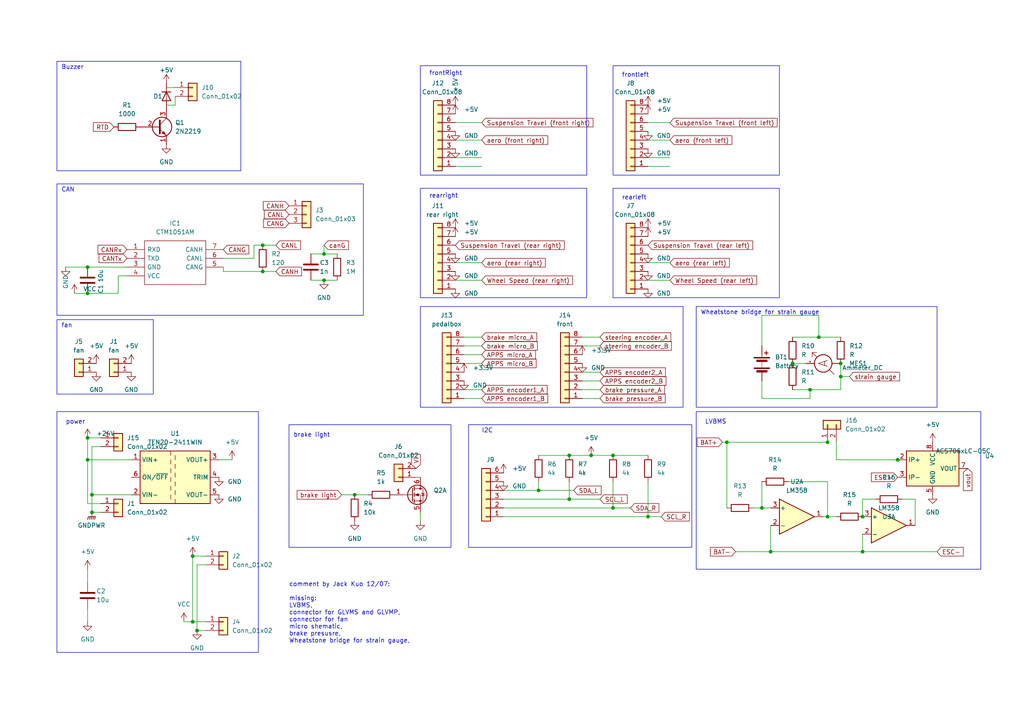
<source format=kicad_sch>
(kicad_sch (version 20230121) (generator eeschema)
  (paper "A4")
  (lib_symbols
    (symbol "Amplifier_Operational:LM358" (pin_names (offset 0.127))
      (property "Reference" "U" (at 0 5.08 0))
      (property "Value" "LM358" (at 0 -5.08 0))
      (symbol "LM358_1_1"
        (polyline (pts (xy -5.08 5.08) (xy 5.08 0) (xy -5.08 -5.08) (xy -5.08 5.08)) (stroke (width 0.254)) (fill (type background)))
        (pin output line (at 7.62 0 180) (length 2.54) (name "~") (number "1"))
        (pin input line (at -7.62 -2.54 0) (length 2.54) (name "-") (number "2"))
        (pin input line (at -7.62 2.54 0) (length 2.54) (name "+") (number "3"))
      )
      (symbol "LM358_2_1"
        (polyline (pts (xy -5.08 5.08) (xy 5.08 0) (xy -5.08 -5.08) (xy -5.08 5.08)) (stroke (width 0.254)) (fill (type background)))
        (pin input line (at -7.62 2.54 0) (length 2.54) (name "+") (number "5"))
        (pin input line (at -7.62 -2.54 0) (length 2.54) (name "-") (number "6"))
        (pin output line (at 7.62 0 180) (length 2.54) (name "~") (number "7"))
      )
      (symbol "LM358_3_1"
        (pin power_in line (at -2.54 -7.62 90) (length 3.81) (name "V-") (number "4"))
        (pin power_in line (at -2.54 7.62 270) (length 3.81) (name "V+") (number "8"))
      )
    )
    (symbol "Connector_Generic:Conn_01x02" (pin_names (offset 1.016) hide)
      (property "Reference" "J" (at 0 2.54 0))
      (property "Value" "Conn_01x02" (at 0 -5.08 0))
      (symbol "Conn_01x02_1_1"
        (rectangle (start -1.27 -2.413) (end 0 -2.667) (stroke (width 0.1524)))
        (rectangle (start -1.27 0.127) (end 0 -0.127) (stroke (width 0.1524)))
        (rectangle (start -1.27 1.27) (end 1.27 -3.81) (stroke (width 0.254)) (fill (type background)))
        (pin passive line (at -5.08 0 0) (length 3.81) (name "Pin_1") (number "1"))
        (pin passive line (at -5.08 -2.54 0) (length 3.81) (name "Pin_2") (number "2"))
      )
    )
    (symbol "Connector_Generic:Conn_01x03" (pin_names (offset 1.016) hide)
      (property "Reference" "J" (at 0 5.08 0))
      (property "Value" "Conn_01x03" (at 0 -5.08 0))
      (symbol "Conn_01x03_1_1"
        (rectangle (start -1.27 -2.413) (end 0 -2.667) (stroke (width 0.1524)))
        (rectangle (start -1.27 0.127) (end 0 -0.127) (stroke (width 0.1524)))
        (rectangle (start -1.27 2.667) (end 0 2.413) (stroke (width 0.1524)))
        (rectangle (start -1.27 3.81) (end 1.27 -3.81) (stroke (width 0.254)) (fill (type background)))
        (pin passive line (at -5.08 2.54 0) (length 3.81) (name "Pin_1") (number "1"))
        (pin passive line (at -5.08 0 0) (length 3.81) (name "Pin_2") (number "2"))
        (pin passive line (at -5.08 -2.54 0) (length 3.81) (name "Pin_3") (number "3"))
      )
    )
    (symbol "Connector_Generic:Conn_01x06" (pin_names (offset 1.016) hide)
      (property "Reference" "J" (at 0 7.62 0))
      (property "Value" "Conn_01x06" (at 0 -10.16 0))
      (symbol "Conn_01x06_1_1"
        (rectangle (start -1.27 -7.493) (end 0 -7.747) (stroke (width 0.1524)))
        (rectangle (start -1.27 -4.953) (end 0 -5.207) (stroke (width 0.1524)))
        (rectangle (start -1.27 -2.413) (end 0 -2.667) (stroke (width 0.1524)))
        (rectangle (start -1.27 0.127) (end 0 -0.127) (stroke (width 0.1524)))
        (rectangle (start -1.27 2.667) (end 0 2.413) (stroke (width 0.1524)))
        (rectangle (start -1.27 5.207) (end 0 4.953) (stroke (width 0.1524)))
        (rectangle (start -1.27 6.35) (end 1.27 -8.89) (stroke (width 0.254)) (fill (type background)))
        (pin passive line (at -5.08 5.08 0) (length 3.81) (name "Pin_1") (number "1"))
        (pin passive line (at -5.08 2.54 0) (length 3.81) (name "Pin_2") (number "2"))
        (pin passive line (at -5.08 0 0) (length 3.81) (name "Pin_3") (number "3"))
        (pin passive line (at -5.08 -2.54 0) (length 3.81) (name "Pin_4") (number "4"))
        (pin passive line (at -5.08 -5.08 0) (length 3.81) (name "Pin_5") (number "5"))
        (pin passive line (at -5.08 -7.62 0) (length 3.81) (name "Pin_6") (number "6"))
      )
    )
    (symbol "Connector_Generic:Conn_01x08" (pin_names (offset 1.016) hide)
      (property "Reference" "J" (at 0 10.16 0))
      (property "Value" "Conn_01x08" (at 0 -12.7 0))
      (symbol "Conn_01x08_1_1"
        (rectangle (start -1.27 -10.033) (end 0 -10.287) (stroke (width 0.1524)))
        (rectangle (start -1.27 -7.493) (end 0 -7.747) (stroke (width 0.1524)))
        (rectangle (start -1.27 -4.953) (end 0 -5.207) (stroke (width 0.1524)))
        (rectangle (start -1.27 -2.413) (end 0 -2.667) (stroke (width 0.1524)))
        (rectangle (start -1.27 0.127) (end 0 -0.127) (stroke (width 0.1524)))
        (rectangle (start -1.27 2.667) (end 0 2.413) (stroke (width 0.1524)))
        (rectangle (start -1.27 5.207) (end 0 4.953) (stroke (width 0.1524)))
        (rectangle (start -1.27 7.747) (end 0 7.493) (stroke (width 0.1524)))
        (rectangle (start -1.27 8.89) (end 1.27 -11.43) (stroke (width 0.254)) (fill (type background)))
        (pin passive line (at -5.08 7.62 0) (length 3.81) (name "Pin_1") (number "1"))
        (pin passive line (at -5.08 5.08 0) (length 3.81) (name "Pin_2") (number "2"))
        (pin passive line (at -5.08 2.54 0) (length 3.81) (name "Pin_3") (number "3"))
        (pin passive line (at -5.08 0 0) (length 3.81) (name "Pin_4") (number "4"))
        (pin passive line (at -5.08 -2.54 0) (length 3.81) (name "Pin_5") (number "5"))
        (pin passive line (at -5.08 -5.08 0) (length 3.81) (name "Pin_6") (number "6"))
        (pin passive line (at -5.08 -7.62 0) (length 3.81) (name "Pin_7") (number "7"))
        (pin passive line (at -5.08 -10.16 0) (length 3.81) (name "Pin_8") (number "8"))
      )
    )
    (symbol "Converter_DCDC:TEN20-2411WIN"
      (property "Reference" "U" (at -10.16 8.89 0))
      (property "Value" "TEN20-2411WIN" (at -3.81 8.89 0))
      (symbol "TEN20-2411WIN_0_1"
        (rectangle (start -10.16 7.62) (end 10.16 -7.62) (stroke (width 0.254)) (fill (type background)))
        (polyline (pts (xy -1.27 -5.08) (xy -1.27 -6.35)))
        (polyline (pts (xy -1.27 -2.54) (xy -1.27 -3.81)))
        (polyline (pts (xy -1.27 0) (xy -1.27 -1.27)))
        (polyline (pts (xy -1.27 2.54) (xy -1.27 1.27)))
        (polyline (pts (xy -1.27 5.08) (xy -1.27 3.81)))
        (polyline (pts (xy -1.27 7.62) (xy -1.27 6.35)))
        (polyline (pts (xy 0 -7.62) (xy 0 -6.35)))
        (polyline (pts (xy 0 -5.08) (xy 0 -3.81)))
        (polyline (pts (xy 0 -1.27) (xy 0 -2.54)))
        (polyline (pts (xy 0 0) (xy 0 1.27)))
        (polyline (pts (xy 0 2.54) (xy 0 3.81)))
        (polyline (pts (xy 0 5.08) (xy 0 6.35)))
      )
      (symbol "TEN20-2411WIN_1_1"
        (pin power_in line (at -12.7 5.08 0) (length 2.54) (name "VIN+") (number "1"))
        (pin power_in line (at -12.7 -5.08 0) (length 2.54) (name "VIN-") (number "2"))
        (pin power_out line (at 12.7 5.08 180) (length 2.54) (name "VOUT+") (number "3"))
        (pin passive line (at 12.7 0 180) (length 2.54) (name "TRIM") (number "4"))
        (pin power_out line (at 12.7 -5.08 180) (length 2.54) (name "VOUT-") (number "5"))
        (pin input line (at -12.7 0 0) (length 2.54) (name "ON/~{OFF}") (number "6"))
      )
    )
    (symbol "Device:Ammeter_DC" (pin_numbers hide) (pin_names (offset 0.0254) hide)
      (property "Reference" "MES" (at -3.302 1.016 0))
      (property "Value" "Ammeter_DC" (at -3.302 -0.762 0))
      (symbol "Ammeter_DC_0_0"
        (polyline (pts (xy -3.175 -3.175) (xy -1.905 -1.905)))
        (polyline (pts (xy 1.905 1.905) (xy 3.175 3.175)))
        (polyline (pts (xy 1.905 3.175) (xy 3.175 3.175) (xy 3.175 1.905)))
        (text "A" (at 0 0 0) (effects (font (size 2.54 2.54))))
      )
      (symbol "Ammeter_DC_0_1"
        (polyline (pts (xy 0.254 3.81) (xy 0.762 3.81)))
        (polyline (pts (xy 0.508 4.064) (xy 0.508 3.556)))
        (circle (center 0 0) (radius 2.54) (stroke (width 0.254)))
      )
      (symbol "Ammeter_DC_1_1"
        (pin passive line (at 0 -5.08 90) (length 2.54) (name "-") (number "1"))
        (pin passive line (at 0 5.08 270) (length 2.54) (name "+") (number "2"))
      )
    )
    (symbol "Device:Battery" (pin_numbers hide) (pin_names (offset 0) hide)
      (property "Reference" "BT" (at 2.54 2.54 0))
      (property "Value" "Battery" (at 2.54 0 0))
      (symbol "Battery_0_1"
        (rectangle (start -2.286 -1.27) (end 2.286 -1.524) (fill (type outline)))
        (rectangle (start -2.286 1.778) (end 2.286 1.524) (fill (type outline)))
        (rectangle (start -1.524 -2.032) (end 1.524 -2.54) (fill (type outline)))
        (rectangle (start -1.524 1.016) (end 1.524 0.508) (fill (type outline)))
        (polyline (pts (xy 0 -1.016) (xy 0 -0.762)))
        (polyline (pts (xy 0 -0.508) (xy 0 -0.254)))
        (polyline (pts (xy 0 0) (xy 0 0.254)))
        (polyline (pts (xy 0 1.778) (xy 0 2.54)))
        (polyline (pts (xy 0.762 3.048) (xy 1.778 3.048)) (stroke (width 0.254)))
        (polyline (pts (xy 1.27 3.556) (xy 1.27 2.54)) (stroke (width 0.254)))
      )
      (symbol "Battery_1_1"
        (pin passive line (at 0 5.08 270) (length 2.54) (name "+") (number "1"))
        (pin passive line (at 0 -5.08 90) (length 2.54) (name "-") (number "2"))
      )
    )
    (symbol "Device:C" (pin_numbers hide) (pin_names (offset 0.254))
      (property "Reference" "C" (at 0.635 2.54 0))
      (property "Value" "C" (at 0.635 -2.54 0))
      (symbol "C_0_1"
        (polyline (pts (xy -2.032 -0.762) (xy 2.032 -0.762)) (stroke (width 0.508)))
        (polyline (pts (xy -2.032 0.762) (xy 2.032 0.762)) (stroke (width 0.508)))
      )
      (symbol "C_1_1"
        (pin passive line (at 0 3.81 270) (length 2.794) (name "~") (number "1"))
        (pin passive line (at 0 -3.81 90) (length 2.794) (name "~") (number "2"))
      )
    )
    (symbol "Device:Q_Dual_NMOS_G1S2G2D2S1D1" (pin_names (offset 0) hide)
      (property "Reference" "Q" (at 6.35 1.27 0))
      (property "Value" "Q_Dual_NMOS_G1S2G2D2S1D1" (at 19.05 -1.27 0))
      (symbol "Q_Dual_NMOS_G1S2G2D2S1D1_0_1"
        (polyline (pts (xy 0.254 0) (xy -2.54 0)))
        (polyline (pts (xy 0.254 1.905) (xy 0.254 -1.905)) (stroke (width 0.254)))
        (polyline (pts (xy 0.762 -1.27) (xy 0.762 -2.286)) (stroke (width 0.254)))
        (polyline (pts (xy 0.762 0.508) (xy 0.762 -0.508)) (stroke (width 0.254)))
        (polyline (pts (xy 0.762 2.286) (xy 0.762 1.27)) (stroke (width 0.254)))
        (polyline (pts (xy 2.54 2.54) (xy 2.54 1.778)))
        (polyline (pts (xy 2.54 -2.54) (xy 2.54 0) (xy 0.762 0)))
        (polyline (pts (xy 0.762 -1.778) (xy 3.302 -1.778) (xy 3.302 1.778) (xy 0.762 1.778)))
        (polyline (pts (xy 1.016 0) (xy 2.032 0.381) (xy 2.032 -0.381) (xy 1.016 0)) (fill (type outline)))
        (polyline (pts (xy 2.794 0.508) (xy 2.921 0.381) (xy 3.683 0.381) (xy 3.81 0.254)))
        (polyline (pts (xy 3.302 0.381) (xy 2.921 -0.254) (xy 3.683 -0.254) (xy 3.302 0.381)))
        (circle (center 1.651 0) (radius 2.794) (stroke (width 0.254)))
        (circle (center 2.54 -1.778) (radius 0.254) (fill (type outline)))
        (circle (center 2.54 1.778) (radius 0.254) (fill (type outline)))
      )
      (symbol "Q_Dual_NMOS_G1S2G2D2S1D1_1_1"
        (pin input line (at -5.08 0 0) (length 2.54) (name "G") (number "1"))
        (pin passive line (at 2.54 -5.08 90) (length 2.54) (name "S") (number "5"))
        (pin passive line (at 2.54 5.08 270) (length 2.54) (name "D") (number "6"))
      )
      (symbol "Q_Dual_NMOS_G1S2G2D2S1D1_2_1"
        (pin passive line (at 2.54 -5.08 90) (length 2.54) (name "S") (number "2"))
        (pin input line (at -5.08 0 0) (length 2.54) (name "G") (number "3"))
        (pin passive line (at 2.54 5.08 270) (length 2.54) (name "D") (number "4"))
      )
    )
    (symbol "Device:R" (pin_numbers hide) (pin_names (offset 0))
      (property "Reference" "R" (at 2.032 0 90))
      (property "Value" "R" (at 0 0 90))
      (symbol "R_0_1"
        (rectangle (start -1.016 -2.54) (end 1.016 2.54) (stroke (width 0.254)))
      )
      (symbol "R_1_1"
        (pin passive line (at 0 3.81 270) (length 1.27) (name "~") (number "1"))
        (pin passive line (at 0 -3.81 90) (length 1.27) (name "~") (number "2"))
      )
    )
    (symbol "Diode:1N914" (pin_numbers hide) (pin_names hide)
      (property "Reference" "D" (at 0 2.54 0))
      (property "Value" "1N914" (at 0 -2.54 0))
      (symbol "1N914_0_1"
        (polyline (pts (xy -1.27 1.27) (xy -1.27 -1.27)) (stroke (width 0.254)))
        (polyline (pts (xy 1.27 0) (xy -1.27 0)))
        (polyline (pts (xy 1.27 1.27) (xy 1.27 -1.27) (xy -1.27 0) (xy 1.27 1.27)) (stroke (width 0.254)))
      )
      (symbol "1N914_1_1"
        (pin passive line (at -3.81 0 0) (length 2.54) (name "K") (number "1"))
        (pin passive line (at 3.81 0 180) (length 2.54) (name "A") (number "2"))
      )
    )
    (symbol "SamacSys_Parts:CTM1051AM" (pin_names (offset 0.762))
      (property "Reference" "IC" (at 24.13 7.62 0))
      (property "Value" "CTM1051AM" (at 24.13 5.08 0))
      (symbol "CTM1051AM_0_0"
        (pin passive line (at 0 0 0) (length 5.08) (name "RXD") (number "1"))
        (pin passive line (at 0 -2.54 0) (length 5.08) (name "TXD") (number "2"))
        (pin passive line (at 0 -5.08 0) (length 5.08) (name "GND") (number "3"))
        (pin passive line (at 0 -7.62 0) (length 5.08) (name "VCC") (number "4"))
        (pin passive line (at 27.94 -5.08 180) (length 5.08) (name "CANG") (number "5"))
        (pin passive line (at 27.94 -2.54 180) (length 5.08) (name "CANL") (number "6"))
        (pin passive line (at 27.94 0 180) (length 5.08) (name "CANH") (number "7"))
      )
      (symbol "CTM1051AM_0_1"
        (polyline (pts (xy 5.08 2.54) (xy 22.86 2.54) (xy 22.86 -10.16) (xy 5.08 -10.16) (xy 5.08 2.54)) (stroke (width 0.1524)))
      )
    )
    (symbol "Sensor_Current:ACS706xLC-05C"
      (property "Reference" "U" (at -7.62 6.35 0))
      (property "Value" "ACS706xLC-05C" (at 1.27 6.35 0))
      (symbol "ACS706xLC-05C_0_1"
        (rectangle (start -7.62 5.08) (end 7.62 -5.08) (stroke (width 0.254)) (fill (type background)))
      )
      (symbol "ACS706xLC-05C_1_1"
        (pin passive line (at -10.16 2.54 0) (length 2.54) hide (name "IP+") (number "1"))
        (pin passive line (at -10.16 2.54 0) (length 2.54) (name "IP+") (number "2"))
        (pin passive line (at -10.16 -2.54 0) (length 2.54) (name "IP-") (number "3"))
        (pin passive line (at -10.16 -2.54 0) (length 2.54) hide (name "IP-") (number "4"))
        (pin power_in line (at 0 -7.62 90) (length 2.54) (name "GND") (number "5"))
        (pin no_connect line (at 7.62 -2.54 180) (length 2.54) hide (name "NC") (number "6"))
        (pin output line (at 10.16 0 180) (length 2.54) (name "VOUT") (number "7"))
        (pin power_in line (at 0 7.62 270) (length 2.54) (name "VCC") (number "8"))
      )
    )
    (symbol "Transistor_BJT:2N2219" (pin_names (offset 0) hide)
      (property "Reference" "Q" (at 5.08 1.905 0))
      (property "Value" "2N2219" (at 5.08 0 0))
      (symbol "2N2219_0_1"
        (polyline (pts (xy 0.635 0.635) (xy 2.54 2.54)))
        (polyline (pts (xy 0.635 -0.635) (xy 2.54 -2.54) (xy 2.54 -2.54)))
        (polyline (pts (xy 0.635 1.905) (xy 0.635 -1.905) (xy 0.635 -1.905)) (stroke (width 0.508)))
        (polyline (pts (xy 1.27 -1.778) (xy 1.778 -1.27) (xy 2.286 -2.286) (xy 1.27 -1.778) (xy 1.27 -1.778)) (fill (type outline)))
        (circle (center 1.27 0) (radius 2.8194) (stroke (width 0.254)))
      )
      (symbol "2N2219_1_1"
        (pin passive line (at 2.54 -5.08 90) (length 2.54) (name "E") (number "1"))
        (pin passive line (at -5.08 0 0) (length 5.715) (name "B") (number "2"))
        (pin passive line (at 2.54 5.08 270) (length 2.54) (name "C") (number "3"))
      )
    )
    (symbol "power:+24V" (power) (pin_names (offset 0))
      (property "Value" "+24V" (at 0 3.556 0))
      (symbol "+24V_0_1"
        (polyline (pts (xy -0.762 1.27) (xy 0 2.54)))
        (polyline (pts (xy 0 0) (xy 0 2.54)))
        (polyline (pts (xy 0 2.54) (xy 0.762 1.27)))
      )
      (symbol "+24V_1_1"
        (pin power_in line (at 0 0 90) (length 0) hide (name "+24V") (number "1"))
      )
    )
    (symbol "power:+3.3V" (power) (pin_names (offset 0))
      (property "Value" "+3.3V" (at 0 3.556 0))
      (symbol "+3.3V_0_1"
        (polyline (pts (xy -0.762 1.27) (xy 0 2.54)))
        (polyline (pts (xy 0 0) (xy 0 2.54)))
        (polyline (pts (xy 0 2.54) (xy 0.762 1.27)))
      )
      (symbol "+3.3V_1_1"
        (pin power_in line (at 0 0 90) (length 0) hide (name "+3.3V") (number "1"))
      )
    )
    (symbol "power:+5V" (power) (pin_names (offset 0))
      (property "Value" "+5V" (at 0 3.556 0))
      (symbol "+5V_0_1"
        (polyline (pts (xy -0.762 1.27) (xy 0 2.54)))
        (polyline (pts (xy 0 0) (xy 0 2.54)))
        (polyline (pts (xy 0 2.54) (xy 0.762 1.27)))
      )
      (symbol "+5V_1_1"
        (pin power_in line (at 0 0 90) (length 0) hide (name "+5V") (number "1"))
      )
    )
    (symbol "power:GND" (power) (pin_names (offset 0))
      (property "Value" "GND" (at 0 -3.81 0))
      (symbol "GND_0_1"
        (polyline (pts (xy 0 0) (xy 0 -1.27) (xy 1.27 -1.27) (xy 0 -2.54) (xy -1.27 -1.27) (xy 0 -1.27)))
      )
      (symbol "GND_1_1"
        (pin power_in line (at 0 0 270) (length 0) hide (name "GND") (number "1"))
      )
    )
    (symbol "power:GNDPWR" (power) (pin_names (offset 0))
      (property "Value" "GNDPWR" (at 0 -3.302 0))
      (symbol "GNDPWR_0_1"
        (polyline (pts (xy 0 -1.27) (xy 0 0)))
        (polyline (pts (xy -1.016 -1.27) (xy -1.27 -2.032) (xy -1.27 -2.032)) (stroke (width 0.2032)))
        (polyline (pts (xy -0.508 -1.27) (xy -0.762 -2.032) (xy -0.762 -2.032)) (stroke (width 0.2032)))
        (polyline (pts (xy 0 -1.27) (xy -0.254 -2.032) (xy -0.254 -2.032)) (stroke (width 0.2032)))
        (polyline (pts (xy 0.508 -1.27) (xy 0.254 -2.032) (xy 0.254 -2.032)) (stroke (width 0.2032)))
        (polyline (pts (xy 1.016 -1.27) (xy -1.016 -1.27) (xy -1.016 -1.27)) (stroke (width 0.2032)))
        (polyline (pts (xy 1.016 -1.27) (xy 0.762 -2.032) (xy 0.762 -2.032) (xy 0.762 -2.032)) (stroke (width 0.2032)))
      )
      (symbol "GNDPWR_1_1"
        (pin power_in line (at 0 0 270) (length 0) hide (name "GNDPWR") (number "1"))
      )
    )
    (symbol "power:VCC" (power) (pin_names (offset 0))
      (property "Value" "VCC" (at 0 3.81 0))
      (symbol "VCC_0_1"
        (polyline (pts (xy -0.762 1.27) (xy 0 2.54)))
        (polyline (pts (xy 0 0) (xy 0 2.54)))
        (polyline (pts (xy 0 2.54) (xy 0.762 1.27)))
      )
      (symbol "VCC_1_1"
        (pin power_in line (at 0 0 90) (length 0) hide (name "VCC") (number "1"))
      )
    )
  )
  (junction (at 156.21 142.24))
  (junction (at 55.88 161.29))
  (junction (at 234.95 113.03))
  (junction (at 250.19 149.86))
  (junction (at 165.1 132.08))
  (junction (at 26.67 143.51))
  (junction (at 93.98 81.28))
  (junction (at 25.4 85.09))
  (junction (at 220.98 147.32))
  (junction (at 25.4 77.47))
  (junction (at 165.1 144.78))
  (junction (at 243.84 109.22))
  (junction (at 25.4 127))
  (junction (at 26.67 148.59))
  (junction (at 240.03 128.27))
  (junction (at 240.03 149.86))
  (junction (at 25.4 133.35))
  (junction (at 57.15 182.88))
  (junction (at 93.98 73.66))
  (junction (at 171.45 132.08))
  (junction (at 237.49 97.79))
  (junction (at 76.2 78.74))
  (junction (at 76.2 71.12))
  (junction (at 177.8 132.08))
  (junction (at 210.82 128.27))
  (junction (at 102.87 143.51))
  (junction (at 250.19 160.02))
  (junction (at 177.8 147.32))
  (junction (at 243.84 105.41))
  (junction (at 229.87 105.41))
  (junction (at 260.35 133.35))
  (junction (at 223.52 160.02))
  (junction (at 187.96 149.86))
  (junction (at 55.88 180.34))
  (wire (pts (xy 210.82 128.27) (xy 240.03 128.27)))
  (wire (pts (xy 220.98 91.44) (xy 220.98 100.33)))
  (wire (pts (xy 90.17 81.28) (xy 93.98 81.28)))
  (wire (pts (xy 220.98 139.7) (xy 220.98 147.32)))
  (wire (pts (xy 250.19 160.02) (xy 271.78 160.02)))
  (wire (pts (xy 213.36 160.02) (xy 223.52 160.02)))
  (wire (pts (xy 243.84 105.41) (xy 243.84 109.22)))
  (wire (pts (xy 250.19 154.94) (xy 250.19 160.02)))
  (wire (pts (xy 93.98 73.66) (xy 97.79 73.66)))
  (wire (pts (xy 76.2 78.74) (xy 80.01 78.74)))
  (wire (pts (xy 25.4 85.09) (xy 34.29 85.09)))
  (wire (pts (xy 34.29 80.01) (xy 34.29 85.09)))
  (wire (pts (xy 139.7 81.28) (xy 132.08 81.28)))
  (wire (pts (xy 139.7 113.03) (xy 134.62 113.03)))
  (wire (pts (xy 34.29 80.01) (xy 36.83 80.01)))
  (wire (pts (xy 173.99 100.33) (xy 168.91 100.33)))
  (wire (pts (xy 240.03 139.7) (xy 240.03 149.86)))
  (wire (pts (xy 156.21 132.08) (xy 165.1 132.08)))
  (wire (pts (xy 55.88 180.34) (xy 59.69 180.34)))
  (wire (pts (xy 59.69 161.29) (xy 55.88 161.29)))
  (wire (pts (xy 139.7 100.33) (xy 134.62 100.33)))
  (wire (pts (xy 26.67 129.54) (xy 26.67 143.51)))
  (wire (pts (xy 25.4 77.47) (xy 36.83 77.47)))
  (wire (pts (xy 173.99 107.95) (xy 168.91 107.95)))
  (wire (pts (xy 139.7 48.26) (xy 132.08 48.26)))
  (wire (pts (xy 50.8 27.94) (xy 50.8 30.48)))
  (wire (pts (xy 210.82 147.32) (xy 210.82 128.27)))
  (wire (pts (xy 177.8 139.7) (xy 177.8 147.32)))
  (wire (pts (xy 146.05 147.32) (xy 177.8 147.32)))
  (wire (pts (xy 218.44 147.32) (xy 220.98 147.32)))
  (wire (pts (xy 73.66 71.12) (xy 76.2 71.12)))
  (wire (pts (xy 25.4 133.35) (xy 38.1 133.35)))
  (wire (pts (xy 191.77 149.86) (xy 187.96 149.86)))
  (wire (pts (xy 223.52 160.02) (xy 250.19 160.02)))
  (wire (pts (xy 21.59 85.09) (xy 25.4 85.09)))
  (wire (pts (xy 187.96 139.7) (xy 187.96 149.86)))
  (wire (pts (xy 156.21 139.7) (xy 156.21 142.24)))
  (wire (pts (xy 194.31 81.28) (xy 187.96 81.28)))
  (wire (pts (xy 76.2 71.12) (xy 80.01 71.12)))
  (wire (pts (xy 139.7 105.41) (xy 134.62 105.41)))
  (wire (pts (xy 121.92 151.13) (xy 121.92 148.59)))
  (wire (pts (xy 254 144.78) (xy 250.19 144.78)))
  (wire (pts (xy 165.1 139.7) (xy 165.1 144.78)))
  (wire (pts (xy 29.21 129.54) (xy 26.67 129.54)))
  (wire (pts (xy 173.99 115.57) (xy 168.91 115.57)))
  (wire (pts (xy 237.49 97.79) (xy 243.84 97.79)))
  (wire (pts (xy 260.35 133.35) (xy 261.62 133.35)))
  (wire (pts (xy 26.67 143.51) (xy 26.67 148.59)))
  (wire (pts (xy 29.21 127) (xy 25.4 127)))
  (wire (pts (xy 238.76 149.86) (xy 240.03 149.86)))
  (wire (pts (xy 121.92 138.43) (xy 120.65 138.43)))
  (wire (pts (xy 250.19 144.78) (xy 250.19 149.86)))
  (wire (pts (xy 240.03 149.86) (xy 242.57 149.86)))
  (wire (pts (xy 99.06 143.51) (xy 102.87 143.51)))
  (wire (pts (xy 173.99 97.79) (xy 168.91 97.79)))
  (wire (pts (xy 25.4 176.53) (xy 25.4 180.34)))
  (wire (pts (xy 26.67 148.59) (xy 29.21 148.59)))
  (wire (pts (xy 246.38 109.22) (xy 243.84 109.22)))
  (wire (pts (xy 139.7 40.64) (xy 132.08 40.64)))
  (wire (pts (xy 25.4 127) (xy 25.4 133.35)))
  (wire (pts (xy 182.88 147.32) (xy 177.8 147.32)))
  (wire (pts (xy 173.99 113.03) (xy 168.91 113.03)))
  (wire (pts (xy 187.96 149.86) (xy 146.05 149.86)))
  (wire (pts (xy 25.4 133.35) (xy 25.4 146.05)))
  (wire (pts (xy 240.03 128.27) (xy 240.03 125.73)))
  (wire (pts (xy 229.87 105.41) (xy 233.68 105.41)))
  (wire (pts (xy 48.26 30.48) (xy 50.8 30.48)))
  (wire (pts (xy 93.98 81.28) (xy 97.79 81.28)))
  (wire (pts (xy 53.34 180.34) (xy 55.88 180.34)))
  (wire (pts (xy 165.1 132.08) (xy 171.45 132.08)))
  (wire (pts (xy 146.05 144.78) (xy 165.1 144.78)))
  (wire (pts (xy 64.77 74.93) (xy 73.66 74.93)))
  (wire (pts (xy 194.31 35.56) (xy 187.96 35.56)))
  (wire (pts (xy 25.4 165.1) (xy 25.4 168.91)))
  (wire (pts (xy 173.99 110.49) (xy 168.91 110.49)))
  (wire (pts (xy 55.88 161.29) (xy 55.88 180.34)))
  (wire (pts (xy 139.7 76.2) (xy 132.08 76.2)))
  (wire (pts (xy 146.05 142.24) (xy 156.21 142.24)))
  (wire (pts (xy 229.87 113.03) (xy 234.95 113.03)))
  (wire (pts (xy 139.7 35.56) (xy 132.08 35.56)))
  (wire (pts (xy 194.31 48.26) (xy 187.96 48.26)))
  (wire (pts (xy 194.31 76.2) (xy 187.96 76.2)))
  (wire (pts (xy 139.7 97.79) (xy 134.62 97.79)))
  (wire (pts (xy 57.15 163.83) (xy 57.15 182.88)))
  (wire (pts (xy 67.31 133.35) (xy 63.5 133.35)))
  (wire (pts (xy 177.8 132.08) (xy 187.96 132.08)))
  (wire (pts (xy 220.98 147.32) (xy 223.52 147.32)))
  (wire (pts (xy 237.49 91.44) (xy 220.98 91.44)))
  (wire (pts (xy 220.98 110.49) (xy 220.98 115.57)))
  (wire (pts (xy 243.84 109.22) (xy 243.84 113.03)))
  (wire (pts (xy 19.05 77.47) (xy 25.4 77.47)))
  (wire (pts (xy 209.55 128.27) (xy 210.82 128.27)))
  (wire (pts (xy 261.62 144.78) (xy 265.43 144.78)))
  (wire (pts (xy 220.98 115.57) (xy 234.95 115.57)))
  (wire (pts (xy 48.26 25.4) (xy 50.8 25.4)))
  (wire (pts (xy 57.15 182.88) (xy 59.69 182.88)))
  (wire (pts (xy 265.43 144.78) (xy 265.43 152.4)))
  (wire (pts (xy 139.7 115.57) (xy 134.62 115.57)))
  (wire (pts (xy 194.31 40.64) (xy 187.96 40.64)))
  (wire (pts (xy 59.69 163.83) (xy 57.15 163.83)))
  (wire (pts (xy 237.49 97.79) (xy 237.49 91.44)))
  (wire (pts (xy 229.87 97.79) (xy 237.49 97.79)))
  (wire (pts (xy 64.77 77.47) (xy 64.77 78.74)))
  (wire (pts (xy 64.77 78.74) (xy 76.2 78.74)))
  (wire (pts (xy 165.1 144.78) (xy 173.99 144.78)))
  (wire (pts (xy 102.87 143.51) (xy 106.68 143.51)))
  (wire (pts (xy 73.66 74.93) (xy 73.66 71.12)))
  (wire (pts (xy 234.95 113.03) (xy 243.84 113.03)))
  (wire (pts (xy 223.52 152.4) (xy 223.52 160.02)))
  (wire (pts (xy 26.67 143.51) (xy 38.1 143.51)))
  (wire (pts (xy 234.95 115.57) (xy 234.95 113.03)))
  (wire (pts (xy 194.31 45.72) (xy 187.96 45.72)))
  (wire (pts (xy 242.57 128.27) (xy 242.57 133.35)))
  (wire (pts (xy 93.98 71.12) (xy 93.98 73.66)))
  (wire (pts (xy 242.57 133.35) (xy 260.35 133.35)))
  (wire (pts (xy 90.17 73.66) (xy 93.98 73.66)))
  (wire (pts (xy 139.7 45.72) (xy 132.08 45.72)))
  (wire (pts (xy 228.6 139.7) (xy 240.03 139.7)))
  (wire (pts (xy 171.45 132.08) (xy 177.8 132.08)))
  (wire (pts (xy 25.4 146.05) (xy 29.21 146.05)))
  (wire (pts (xy 139.7 102.87) (xy 134.62 102.87)))
  (wire (pts (xy 156.21 142.24) (xy 166.37 142.24)))
  (rectangle (start 201.93 88.9) (end 271.78 118.11))
  (rectangle (start 121.92 19.05) (end 170.18 50.8))
  (rectangle (start 201.93 119.38) (end 284.48 165.1))
  (rectangle (start 177.8 54.61) (end 226.06 86.36))
  (rectangle (start 121.92 88.9) (end 198.12 118.11))
  (rectangle (start 16.51 92.71) (end 44.45 114.3))
  (rectangle (start 16.51 53.34) (end 105.41 91.44))
  (rectangle (start 177.8 19.05) (end 226.06 50.8))
  (rectangle (start 121.92 54.61) (end 170.18 86.36))
  (rectangle (start 16.51 119.38) (end 74.93 189.23))
  (rectangle (start 135.89 123.19) (end 200.66 158.75))
  (rectangle (start 16.51 17.78) (end 69.85 49.53))
  (rectangle (start 83.82 123.19) (end 130.81 158.75))
  (text "Buzzer" (at 17.78 20.32 0) (effects (font (size 1.27 1.27)) (justify left bottom)))
  (text "power" (at 19.05 123.19 0) (effects (font (size 1.27 1.27)) (justify left bottom)))
  (text "fan\n" (at 17.78 95.25 0) (effects (font (size 1.27 1.27)) (justify left bottom)))
  (text "LVBMS\n" (at 204.47 123.19 0) (effects (font (size 1.27 1.27)) (justify left bottom)))
  (text "comment by Jack Kuo 12/07:\n\nmissing: \nLVBMS, \nconnector for GLVMS and GLVMP, \nconnector for fan\nmicro shematic, \nbrake presusre, \nWheatstone bridge for strain gauge," (at 83.82 186.69 0) (effects (font (size 1.27 1.27)) (justify left bottom)))
  (text "frontleft\n\n\n" (at 180.34 26.67 0) (effects (font (size 1.27 1.27)) (justify left bottom)))
  (text "frontRight\n\n" (at 124.46 24.13 0) (effects (font (size 1.27 1.27)) (justify left bottom)))
  (text "rearleft\n\n\n" (at 180.34 62.23 0) (effects (font (size 1.27 1.27)) (justify left bottom)))
  (text "brake light\n" (at 85.09 127 0) (effects (font (size 1.27 1.27)) (justify left bottom)))
  (text "I2C\n" (at 139.7 125.73 0) (effects (font (size 1.27 1.27)) (justify left bottom)))
  (text "CAN" (at 17.78 55.88 0) (effects (font (size 1.27 1.27)) (justify left bottom)))
  (text "rearright\n\n" (at 124.46 59.69 0) (effects (font (size 1.27 1.27)) (justify left bottom)))
  (text "Wheatstone bridge for strain gauge" (at 203.2 91.44 0) (effects (font (size 1.27 1.27)) (justify left bottom)))
  (global_label "CANG" (shape input) (at 83.82 64.77 180) (property "Intersheetrefs" "${INTERSHEET_REFS}" (effects hide)))
  (global_label "APPS encoder2_A" (shape input) (at 173.99 107.95 0) (property "Intersheetrefs" "${INTERSHEET_REFS}" (effects hide)))
  (global_label "BAT+" (shape input) (at 209.55 128.27 180) (property "Intersheetrefs" "${INTERSHEET_REFS}" (effects hide)))
  (global_label "CANL" (shape input) (at 80.01 71.12 0) (property "Intersheetrefs" "${INTERSHEET_REFS}" (effects hide)))
  (global_label "strain gauge" (shape input) (at 246.38 109.22 0) (property "Intersheetrefs" "${INTERSHEET_REFS}" (effects hide)))
  (global_label "APPS encoder2_B" (shape input) (at 173.99 110.49 0) (property "Intersheetrefs" "${INTERSHEET_REFS}" (effects hide)))
  (global_label "CANL" (shape input) (at 83.82 62.23 180) (property "Intersheetrefs" "${INTERSHEET_REFS}" (effects hide)))
  (global_label "BAT-" (shape input) (at 213.36 160.02 180) (property "Intersheetrefs" "${INTERSHEET_REFS}" (effects hide)))
  (global_label "CANH" (shape input) (at 80.01 78.74 0) (property "Intersheetrefs" "${INTERSHEET_REFS}" (effects hide)))
  (global_label "Wheel Speed (rear right)" (shape input) (at 139.7 81.28 0) (property "Intersheetrefs" "${INTERSHEET_REFS}" (effects hide)))
  (global_label "SDA_R" (shape input) (at 182.88 147.32 0) (property "Intersheetrefs" "${INTERSHEET_REFS}" (effects hide)))
  (global_label "APPS encoder1_A" (shape input) (at 139.7 113.03 0) (property "Intersheetrefs" "${INTERSHEET_REFS}" (effects hide)))
  (global_label "brake pressure_B" (shape input) (at 173.99 115.57 0) (property "Intersheetrefs" "${INTERSHEET_REFS}" (effects hide)))
  (global_label "aero (rear right)" (shape input) (at 139.7 76.2 0) (property "Intersheetrefs" "${INTERSHEET_REFS}" (effects hide)))
  (global_label "steering encoder_A" (shape input) (at 173.99 97.79 0) (property "Intersheetrefs" "${INTERSHEET_REFS}" (effects hide)))
  (global_label "aero (rear left)" (shape input) (at 194.31 76.2 0) (property "Intersheetrefs" "${INTERSHEET_REFS}" (effects hide)))
  (global_label "SCL_L" (shape input) (at 173.99 144.78 0) (property "Intersheetrefs" "${INTERSHEET_REFS}" (effects hide)))
  (global_label "CANH" (shape input) (at 83.82 59.69 180) (property "Intersheetrefs" "${INTERSHEET_REFS}" (effects hide)))
  (global_label "CANTx" (shape input) (at 36.83 74.93 180) (property "Intersheetrefs" "${INTERSHEET_REFS}" (effects hide)))
  (global_label "brake micro_A" (shape input) (at 139.7 97.79 0) (property "Intersheetrefs" "${INTERSHEET_REFS}" (effects hide)))
  (global_label "CANRx" (shape input) (at 36.83 72.39 180) (property "Intersheetrefs" "${INTERSHEET_REFS}" (effects hide)))
  (global_label "Wheel Speed (rear left)" (shape input) (at 194.31 81.28 0) (property "Intersheetrefs" "${INTERSHEET_REFS}" (effects hide)))
  (global_label "Suspension Travel (rear right)" (shape input) (at 132.08 71.12 0) (property "Intersheetrefs" "${INTERSHEET_REFS}" (effects hide)))
  (global_label "Suspension Travel (front right)" (shape input) (at 139.7 35.56 0) (property "Intersheetrefs" "${INTERSHEET_REFS}" (effects hide)))
  (global_label "APPS encoder1_B" (shape input) (at 139.7 115.57 0) (property "Intersheetrefs" "${INTERSHEET_REFS}" (effects hide)))
  (global_label "SDA_L" (shape input) (at 166.37 142.24 0) (property "Intersheetrefs" "${INTERSHEET_REFS}" (effects hide)))
  (global_label "aero (front right)" (shape input) (at 139.7 40.64 0) (property "Intersheetrefs" "${INTERSHEET_REFS}" (effects hide)))
  (global_label "Suspension Travel (front left)" (shape input) (at 194.31 35.56 0) (property "Intersheetrefs" "${INTERSHEET_REFS}" (effects hide)))
  (global_label "RTD" (shape input) (at 33.02 36.83 180) (property "Intersheetrefs" "${INTERSHEET_REFS}" (effects hide)))
  (global_label "SCL_R" (shape input) (at 191.77 149.86 0) (property "Intersheetrefs" "${INTERSHEET_REFS}" (effects hide)))
  (global_label "CANG" (shape input) (at 64.77 72.39 0) (property "Intersheetrefs" "${INTERSHEET_REFS}" (effects hide)))
  (global_label "ESC-" (shape input) (at 271.78 160.02 0) (property "Intersheetrefs" "${INTERSHEET_REFS}" (effects hide)))
  (global_label "Suspension Travel (rear left)" (shape input) (at 187.96 71.12 0) (property "Intersheetrefs" "${INTERSHEET_REFS}" (effects hide)))
  (global_label "steering encoder_B" (shape input) (at 173.99 100.33 0) (property "Intersheetrefs" "${INTERSHEET_REFS}" (effects hide)))
  (global_label "brake pressure_A" (shape input) (at 173.99 113.03 0) (property "Intersheetrefs" "${INTERSHEET_REFS}" (effects hide)))
  (global_label "APPS micro_A" (shape input) (at 139.7 102.87 0) (property "Intersheetrefs" "${INTERSHEET_REFS}" (effects hide)))
  (global_label "brake light" (shape input) (at 99.06 143.51 180) (property "Intersheetrefs" "${INTERSHEET_REFS}" (effects hide)))
  (global_label "aero (front left)" (shape input) (at 194.31 40.64 0) (property "Intersheetrefs" "${INTERSHEET_REFS}" (effects hide)))
  (global_label "brake micro_B" (shape input) (at 139.7 100.33 0) (property "Intersheetrefs" "${INTERSHEET_REFS}" (effects hide)))
  (global_label "APPS micro_B" (shape input) (at 139.7 105.41 0) (property "Intersheetrefs" "${INTERSHEET_REFS}" (effects hide)))
  (global_label "vout" (shape input) (at 280.67 135.89 270) (property "Intersheetrefs" "${INTERSHEET_REFS}" (effects hide)))
  (global_label "Vi" (shape input) (at 120.65 135.89 90) (property "Intersheetrefs" "${INTERSHEET_REFS}" (effects hide)))
  (global_label "canG" (shape input) (at 93.98 71.12 0) (property "Intersheetrefs" "${INTERSHEET_REFS}" (effects hide)))
  (global_label "ESC+" (shape input) (at 260.35 138.43 180) (property "Intersheetrefs" "${INTERSHEET_REFS}" (effects hide)))
  (symbol (lib_id "power:+5V") (at 146.05 137.16 0) (unit 1)
    (property "Reference" "#PWR035" (effects hide))
    (property "Value" "+5V" (at 148.59 135.89 0) (effects (justify left)))
  )
  (symbol (lib_id "Device:Battery") (at 220.98 105.41 0) (unit 1)
    (property "Reference" "BT1" (at 224.79 103.5685 0) (effects (justify left)))
    (property "Value" "Battery" (at 224.79 106.1085 0) (effects (justify left)))
  )
  (symbol (lib_id "Amplifier_Operational:LM358") (at 231.14 149.86 0) (unit 1)
    (property "Reference" "U2" (at 231.14 139.7 0))
    (property "Value" "LM358" (at 231.14 142.24 0))
    (property "Datasheet" "http://www.ti.com/lit/ds/symlink/lm2904-n.pdf" (effects hide))
  )
  (symbol (lib_id "Device:R") (at 187.96 135.89 0) (unit 1)
    (property "Reference" "R9" (at 190.5 134.62 0) (effects (justify left)))
    (property "Value" "4k" (at 190.5 137.16 0) (effects (justify left)))
  )
  (symbol (lib_id "Device:R") (at 257.81 144.78 90) (unit 1)
    (property "Reference" "R16" (at 257.81 138.43 90))
    (property "Value" "R" (at 257.81 140.97 90))
  )
  (symbol (lib_id "Connector_Generic:Conn_01x02") (at 55.88 25.4 0) (unit 1)
    (property "Reference" "J10" (at 58.42 25.4 0) (effects (justify left)))
    (property "Value" "Conn_01x02" (at 58.42 27.94 0) (effects (justify left)))
  )
  (symbol (lib_id "power:GND") (at 187.96 83.82 0) (unit 1)
    (property "Reference" "#PWR026" (effects hide))
    (property "Value" "GND" (at 190.5 85.09 0) (effects (justify left)))
  )
  (symbol (lib_id "Connector_Generic:Conn_01x08") (at 182.88 40.64 180) (unit 1)
    (property "Reference" "J8" (at 182.88 24.13 0))
    (property "Value" "Conn_01x08" (at 184.15 26.67 0))
  )
  (symbol (lib_id "power:GND") (at 146.05 139.7 0) (unit 1)
    (property "Reference" "#PWR036" (effects hide))
    (property "Value" "GND" (at 148.59 140.97 0) (effects (justify left)))
  )
  (symbol (lib_id "power:GNDPWR") (at 26.67 148.59 0) (unit 1)
    (property "Reference" "#PWR025" (effects hide))
    (property "Value" "GNDPWR" (at 26.543 152.4 0))
  )
  (symbol (lib_id "power:GND") (at 132.08 83.82 0) (unit 1)
    (property "Reference" "#PWR031" (effects hide))
    (property "Value" "GND" (at 134.62 85.09 0) (effects (justify left)))
  )
  (symbol (lib_id "power:GND") (at 270.51 143.51 0) (unit 1)
    (property "Reference" "#PWR038" (effects hide))
    (property "Value" "GND" (at 270.51 148.59 0))
  )
  (symbol (lib_id "Device:R") (at 165.1 135.89 0) (unit 1)
    (property "Reference" "R7" (at 167.64 134.62 0) (effects (justify left)))
    (property "Value" "4k" (at 167.64 137.16 0) (effects (justify left)))
  )
  (symbol (lib_id "Amplifier_Operational:LM358") (at 257.81 152.4 0) (unit 1)
    (property "Reference" "U3" (at 257.81 149.86 0))
    (property "Value" "LM358" (at 257.81 147.32 0))
    (property "Datasheet" "http://www.ti.com/lit/ds/symlink/lm2904-n.pdf" (effects hide))
  )
  (symbol (lib_id "power:GND") (at 57.15 182.88 0) (unit 1)
    (property "Reference" "#PWR011" (effects hide))
    (property "Value" "GND" (at 57.15 187.96 0))
  )
  (symbol (lib_id "power:GND") (at 102.87 151.13 0) (unit 1)
    (property "Reference" "#PWR015" (effects hide))
    (property "Value" "GND" (at 102.87 156.21 0))
  )
  (symbol (lib_id "power:+5V") (at 132.08 30.48 0) (unit 1)
    (property "Reference" "#PWR017" (effects hide))
    (property "Value" "+5V" (at 132.08 26.67 90) (effects (justify left)))
  )
  (symbol (lib_id "Device:R") (at 229.87 101.6 0) (unit 1)
    (property "Reference" "R10" (at 232.41 100.33 0) (effects (justify left)))
    (property "Value" "R" (at 232.41 102.87 0) (effects (justify left)))
  )
  (symbol (lib_id "power:GND") (at 132.08 78.74 0) (unit 1)
    (property "Reference" "#PWR030" (effects hide))
    (property "Value" "GND" (at 134.62 80.01 0) (effects (justify left)))
  )
  (symbol (lib_id "power:GND") (at 187.96 38.1 0) (unit 1)
    (property "Reference" "#PWR018" (effects hide))
    (property "Value" "GND" (at 190.5 39.37 0) (effects (justify left)))
  )
  (symbol (lib_id "power:GND") (at 27.94 107.95 0) (unit 1)
    (property "Reference" "#PWR034" (effects hide))
    (property "Value" "GND" (at 27.94 113.03 0))
  )
  (symbol (lib_id "Connector_Generic:Conn_01x02") (at 33.02 107.95 180) (unit 1)
    (property "Reference" "J1" (at 33.02 99.06 0))
    (property "Value" "fan" (at 33.02 101.6 0))
  )
  (symbol (lib_id "power:GND") (at 187.96 43.18 0) (unit 1)
    (property "Reference" "#PWR018" (effects hide))
    (property "Value" "GND" (at 190.5 44.45 0) (effects (justify left)))
  )
  (symbol (lib_id "Connector_Generic:Conn_01x02") (at 34.29 127 0) (unit 1)
    (property "Reference" "J15" (at 36.83 127 0) (effects (justify left)))
    (property "Value" "Conn_01x02" (at 36.83 129.54 0) (effects (justify left)))
  )
  (symbol (lib_id "Connector_Generic:Conn_01x02") (at 240.03 123.19 90) (unit 1)
    (property "Reference" "J16" (at 245.11 121.92 90) (effects (justify right)))
    (property "Value" "Conn_01x02" (at 245.11 124.46 90) (effects (justify right)))
  )
  (symbol (lib_id "Device:R") (at 156.21 135.89 0) (unit 1)
    (property "Reference" "R6" (at 158.75 134.62 0) (effects (justify left)))
    (property "Value" "4k" (at 158.75 137.16 0) (effects (justify left)))
  )
  (symbol (lib_id "Device:R") (at 110.49 143.51 90) (unit 1)
    (property "Reference" "R5" (at 110.49 137.16 90))
    (property "Value" "1k" (at 110.49 139.7 90))
  )
  (symbol (lib_id "power:GND") (at 187.96 78.74 0) (unit 1)
    (property "Reference" "#PWR025" (effects hide))
    (property "Value" "GND" (at 190.5 80.01 0) (effects (justify left)))
  )
  (symbol (lib_id "Device:Ammeter_DC") (at 238.76 105.41 90) (unit 1)
    (property "Reference" "MES1" (at 248.92 105.41 90))
    (property "Value" "Ammeter_DC" (at 250.19 106.68 90))
  )
  (symbol (lib_id "power:GND") (at 38.1 107.95 0) (unit 1)
    (property "Reference" "#PWR020" (effects hide))
    (property "Value" "GND" (at 38.1 113.03 0))
  )
  (symbol (lib_id "power:+5V") (at 67.31 133.35 0) (unit 1)
    (property "Reference" "#PWR013" (effects hide))
    (property "Value" "+5V" (at 67.31 128.27 0))
  )
  (symbol (lib_id "Device:C") (at 90.17 77.47 0) (unit 1)
    (property "Reference" "C3" (at 92.71 76.2 0) (effects (justify left)))
    (property "Value" "1n" (at 92.71 78.74 0) (effects (justify left)))
  )
  (symbol (lib_id "Device:R") (at 36.83 36.83 90) (unit 1)
    (property "Reference" "R1" (at 36.83 30.48 90))
    (property "Value" "1000" (at 36.83 33.02 90))
  )
  (symbol (lib_id "power:+5V") (at 132.08 68.58 0) (unit 1)
    (property "Reference" "#PWR028" (effects hide))
    (property "Value" "+5V" (at 134.62 67.31 0) (effects (justify left)))
  )
  (symbol (lib_id "Connector_Generic:Conn_01x02") (at 64.77 161.29 0) (unit 1)
    (property "Reference" "J2" (at 67.31 161.29 0) (effects (justify left)))
    (property "Value" "Conn_01x02" (at 67.31 163.83 0) (effects (justify left)))
  )
  (symbol (lib_id "power:+5V") (at 270.51 128.27 0) (unit 1)
    (property "Reference" "#PWR037" (effects hide))
    (property "Value" "+5V" (at 270.51 123.19 0))
  )
  (symbol (lib_id "power:+3.3V") (at 134.62 107.95 0) (unit 1)
    (property "Reference" "#PWR021" (effects hide))
    (property "Value" "+3.3V" (at 137.16 106.68 0) (effects (justify left)))
  )
  (symbol (lib_id "power:VCC") (at 21.59 85.09 0) (unit 1)
    (property "Reference" "#PWR02" (effects hide))
    (property "Value" "VCC" (at 24.13 83.82 0) (effects (justify left)))
  )
  (symbol (lib_id "power:+5V") (at 187.96 30.48 0) (unit 1)
    (property "Reference" "#PWR017" (effects hide))
    (property "Value" "+5V" (at 190.5 29.21 0) (effects (justify left)))
  )
  (symbol (lib_id "power:+5V") (at 38.1 105.41 0) (unit 1)
    (property "Reference" "#PWR019" (effects hide))
    (property "Value" "+5V" (at 38.1 100.33 0))
  )
  (symbol (lib_id "Connector_Generic:Conn_01x08") (at 127 76.2 180) (unit 1)
    (property "Reference" "J11" (at 127 59.69 0))
    (property "Value" "rear right" (at 128.27 62.23 0))
  )
  (symbol (lib_id "Device:R") (at 177.8 135.89 0) (unit 1)
    (property "Reference" "R8" (at 180.34 134.62 0) (effects (justify left)))
    (property "Value" "4k" (at 180.34 137.16 0) (effects (justify left)))
  )
  (symbol (lib_id "Diode:1N914") (at 48.26 27.94 270) (unit 1)
    (property "Reference" "D1" (at 44.45 27.94 90) (effects (justify left)))
    (property "Value" "1N914" (effects hide))
    (property "Footprint" "Diode_THT:D_DO-35_SOD27_P7.62mm_Horizontal" (effects hide))
    (property "Datasheet" "http://www.vishay.com/docs/85622/1n914.pdf" (effects hide))
    (property "Sim.Device" "D" (effects hide))
    (property "Sim.Pins" "1=K 2=A" (effects hide))
  )
  (symbol (lib_id "power:GND") (at 63.5 138.43 0) (unit 1)
    (property "Reference" "#PWR012" (effects hide))
    (property "Value" "GND" (at 66.04 139.7 0) (effects (justify left)))
  )
  (symbol (lib_id "Connector_Generic:Conn_01x08") (at 182.88 76.2 180) (unit 1)
    (property "Reference" "J7" (at 182.88 59.69 0))
    (property "Value" "Conn_01x08" (at 184.15 62.23 0))
  )
  (symbol (lib_id "Connector_Generic:Conn_01x03") (at 88.9 62.23 0) (unit 1)
    (property "Reference" "J3" (at 91.44 60.96 0) (effects (justify left)))
    (property "Value" "Conn_01x03" (at 91.44 63.5 0) (effects (justify left)))
  )
  (symbol (lib_id "Connector_Generic:Conn_01x02") (at 34.29 146.05 0) (unit 1)
    (property "Reference" "J1" (at 36.83 146.05 0) (effects (justify left)))
    (property "Value" "Conn_01x02" (at 36.83 148.59 0) (effects (justify left)))
  )
  (symbol (lib_id "power:GND") (at 132.08 38.1 0) (unit 1)
    (property "Reference" "#PWR018" (effects hide))
    (property "Value" "GND" (at 134.62 39.37 0) (effects (justify left)))
  )
  (symbol (lib_id "power:GND") (at 121.92 151.13 0) (unit 1)
    (property "Reference" "#PWR016" (effects hide))
    (property "Value" "GND" (at 121.92 156.21 0))
  )
  (symbol (lib_id "Device:R") (at 224.79 139.7 90) (unit 1)
    (property "Reference" "R14" (at 224.79 133.35 90))
    (property "Value" "R" (at 224.79 135.89 90))
  )
  (symbol (lib_id "power:GND") (at 132.08 73.66 0) (unit 1)
    (property "Reference" "#PWR029" (effects hide))
    (property "Value" "GND" (at 134.62 74.93 0) (effects (justify left)))
  )
  (symbol (lib_id "Device:R") (at 246.38 149.86 90) (unit 1)
    (property "Reference" "R15" (at 246.38 143.51 90))
    (property "Value" "R" (at 246.38 146.05 90))
  )
  (symbol (lib_id "Device:R") (at 97.79 77.47 0) (unit 1)
    (property "Reference" "R3" (at 100.33 76.2 0) (effects (justify left)))
    (property "Value" "1M" (at 100.33 78.74 0) (effects (justify left)))
  )
  (symbol (lib_id "Device:R") (at 214.63 147.32 90) (unit 1)
    (property "Reference" "R13" (at 214.63 140.97 90))
    (property "Value" "R" (at 214.63 143.51 90))
  )
  (symbol (lib_id "power:GND") (at 93.98 81.28 0) (unit 1)
    (property "Reference" "#PWR014" (effects hide))
    (property "Value" "GND" (at 93.98 86.36 0))
  )
  (symbol (lib_id "Device:R") (at 76.2 74.93 0) (unit 1)
    (property "Reference" "R2" (at 78.74 73.66 0) (effects (justify left)))
    (property "Value" "120" (at 78.74 76.2 0) (effects (justify left)))
  )
  (symbol (lib_id "power:GND") (at 168.91 105.41 0) (unit 1)
    (property "Reference" "#PWR033" (effects hide))
    (property "Value" "GND" (at 171.45 106.68 0) (effects (justify left)))
  )
  (symbol (lib_id "Device:C") (at 25.4 172.72 0) (unit 1)
    (property "Reference" "C2" (at 27.94 171.45 0) (effects (justify left)))
    (property "Value" "10u" (at 27.94 173.99 0) (effects (justify left)))
  )
  (symbol (lib_id "Device:C") (at 25.4 81.28 180) (unit 1)
    (property "Reference" "C1" (at 29.21 83.82 90))
    (property "Value" "10u" (at 29.21 80.01 90))
  )
  (symbol (lib_id "power:GND") (at 132.08 43.18 0) (unit 1)
    (property "Reference" "#PWR018" (effects hide))
    (property "Value" "GND" (at 134.62 44.45 0) (effects (justify left)))
  )
  (symbol (lib_id "power:GND") (at 63.5 143.51 0) (unit 1)
    (property "Reference" "#PWR012" (effects hide))
    (property "Value" "GND" (at 66.04 144.78 0) (effects (justify left)))
  )
  (symbol (lib_id "Connector_Generic:Conn_01x08") (at 163.83 107.95 180) (unit 1)
    (property "Reference" "J14" (at 163.83 91.44 0))
    (property "Value" "front" (at 163.83 93.98 0))
  )
  (symbol (lib_id "power:GND") (at 25.4 180.34 0) (unit 1)
    (property "Reference" "#PWR05" (effects hide))
    (property "Value" "GND" (at 25.4 185.42 0))
  )
  (symbol (lib_id "Connector_Generic:Conn_01x02") (at 115.57 138.43 180) (unit 1)
    (property "Reference" "J6" (at 115.57 129.54 0))
    (property "Value" "Conn_01x02" (at 115.57 132.08 0))
  )
  (symbol (lib_id "Connector_Generic:Conn_01x06") (at 140.97 144.78 180) (unit 1)
    (property "Reference" "J9" (at 142.24 133.35 0))
    (property "Value" "Conn_01x06" (effects hide))
  )
  (symbol (lib_id "power:GND") (at 48.26 41.91 0) (unit 1)
    (property "Reference" "#PWR08" (effects hide))
    (property "Value" "GND" (at 48.26 46.99 0))
  )
  (symbol (lib_id "power:VCC") (at 53.34 180.34 0) (unit 1)
    (property "Reference" "#PWR09" (effects hide))
    (property "Value" "VCC" (at 53.34 175.26 0))
  )
  (symbol (lib_id "Device:R") (at 229.87 109.22 0) (unit 1)
    (property "Reference" "R11" (at 232.41 107.95 0) (effects (justify left)))
    (property "Value" "R" (at 232.41 110.49 0) (effects (justify left)))
  )
  (symbol (lib_id "power:+5V") (at 187.96 66.04 0) (unit 1)
    (property "Reference" "#PWR019" (effects hide))
    (property "Value" "+5V" (at 190.5 64.77 0) (effects (justify left)))
  )
  (symbol (lib_id "power:+5V") (at 27.94 105.41 0) (unit 1)
    (property "Reference" "#PWR032" (effects hide))
    (property "Value" "+5V" (at 27.94 100.33 0))
  )
  (symbol (lib_id "Connector_Generic:Conn_01x08") (at 127 40.64 180) (unit 1)
    (property "Reference" "J12" (at 127 24.13 0))
    (property "Value" "Conn_01x08" (at 128.27 26.67 0))
  )
  (symbol (lib_id "power:+5V") (at 55.88 161.29 0) (unit 1)
    (property "Reference" "#PWR010" (effects hide))
    (property "Value" "+5V" (at 55.88 156.21 0))
  )
  (symbol (lib_id "power:+5V") (at 171.45 132.08 0) (unit 1)
    (property "Reference" "#PWR06" (effects hide))
    (property "Value" "+5V" (at 171.45 127 0))
  )
  (symbol (lib_id "power:+5V") (at 25.4 165.1 0) (unit 1)
    (property "Reference" "#PWR04" (effects hide))
    (property "Value" "+5V" (at 25.4 160.02 0))
  )
  (symbol (lib_id "power:+5V") (at 48.26 24.13 0) (unit 1)
    (property "Reference" "#PWR07" (effects hide))
    (property "Value" "+5V" (at 48.26 20.32 0))
  )
  (symbol (lib_id "power:+5V") (at 132.08 33.02 0) (unit 1)
    (property "Reference" "#PWR017" (effects hide))
    (property "Value" "+5V" (at 134.62 31.75 0) (effects (justify left)))
  )
  (symbol (lib_id "power:+5V") (at 132.08 66.04 0) (unit 1)
    (property "Reference" "#PWR027" (effects hide))
    (property "Value" "+5V" (at 134.62 64.77 0) (effects (justify left)))
  )
  (symbol (lib_id "power:+24V") (at 25.4 127 0) (unit 1)
    (property "Reference" "#PWR03" (effects hide))
    (property "Value" "+24V" (at 27.94 125.73 0) (effects (justify left)))
  )
  (symbol (lib_id "power:+5V") (at 187.96 68.58 0) (unit 1)
    (property "Reference" "#PWR020" (effects hide))
    (property "Value" "+5V" (at 190.5 67.31 0) (effects (justify left)))
  )
  (symbol (lib_id "Connector_Generic:Conn_01x08") (at 129.54 107.95 180) (unit 1)
    (property "Reference" "J13" (at 129.54 91.44 0))
    (property "Value" "pedalbox" (at 129.54 93.98 0))
  )
  (symbol (lib_id "SamacSys_Parts:CTM1051AM") (at 36.83 72.39 0) (unit 1)
    (property "Reference" "IC1" (at 50.8 64.77 0))
    (property "Value" "CTM1051AM" (at 50.8 67.31 0))
    (property "Footprint" "CTM1051AM" (effects hide))
    (property "Datasheet" "https://datasheet.lcsc.com/lcsc/1809010910_ZLG-Zhiyuan-Elec-CTM1051M_C91259.pdf" (effects hide))
    (property "Description" "Ultra-Small High-Speed CAN Isolated Transceiver" (effects hide))
    (property "Height" "8.1" (effects hide))
    (property "Manufacturer_Name" "Guangzhou ZHIYUAN Electronics CO., LTD" (effects hide))
    (property "Manufacturer_Part_Number" "CTM1051AM" (effects hide))
  )
  (symbol (lib_id "Transistor_BJT:2N2219") (at 45.72 36.83 0) (unit 1)
    (property "Reference" "Q1" (at 50.8 35.56 0) (effects (justify left)))
    (property "Value" "2N2219" (at 50.8 38.1 0) (effects (justify left)))
    (property "Footprint" "Package_TO_SOT_THT:TO-39-3" (effects hide))
    (property "Datasheet" "http://www.onsemi.com/pub_link/Collateral/2N2219-D.PDF" (effects hide))
  )
  (symbol (lib_id "power:+5V") (at 187.96 33.02 0) (unit 1)
    (property "Reference" "#PWR017" (effects hide))
    (property "Value" "+5V" (at 190.5 31.75 0) (effects (justify left)))
  )
  (symbol (lib_id "Converter_DCDC:TEN20-2411WIN") (at 50.8 138.43 0) (unit 1)
    (property "Reference" "U1" (at 50.8 125.73 0))
    (property "Value" "TEN20-2411WIN" (at 50.8 128.27 0))
    (property "Footprint" "Converter_DCDC:Converter_DCDC_TRACO_TEN20-xxxx_THT" (effects hide))
    (property "Datasheet" "http://www.tracopower.com/products/ten20win.pdf" (effects hide))
  )
  (symbol (lib_id "Sensor_Current:ACS706xLC-05C") (at 270.51 135.89 0) (unit 1)
    (property "Reference" "U4" (at 287.02 132.2421 0))
    (property "Value" "ACS706xLC-05C" (at 279.4 130.81 0))
    (property "Footprint" "Package_SO:SOIC-8_3.9x4.9mm_P1.27mm" (effects hide))
    (property "Datasheet" "http://www.allegromicro.com/~/media/Files/Datasheets/ACS706ELC-05C-Datasheet.ashx" (effects hide))
  )
  (symbol (lib_id "power:+3.3V") (at 168.91 102.87 0) (unit 1)
    (property "Reference" "#PWR022" (effects hide))
    (property "Value" "+3.3V" (at 171.45 101.6 0) (effects (justify left)))
  )
  (symbol (lib_id "power:GND") (at 134.62 110.49 0) (unit 1)
    (property "Reference" "#PWR023" (effects hide))
    (property "Value" "GND" (at 137.16 111.76 0) (effects (justify left)))
  )
  (symbol (lib_id "Device:Q_Dual_NMOS_G1S2G2D2S1D1") (at 119.38 143.51 0) (unit 1)
    (property "Reference" "Q2" (at 125.73 142.24 0) (effects (justify left)))
    (property "Value" "Q_Dual_NMOS_G1S2G2D2S1D1" (effects hide))
  )
  (symbol (lib_id "Device:R") (at 243.84 101.6 0) (unit 1)
    (property "Reference" "R12" (at 246.38 100.33 0) (effects (justify left)))
    (property "Value" "R" (at 246.38 102.87 0) (effects (justify left)))
  )
  (symbol (lib_id "Device:R") (at 102.87 147.32 0) (unit 1)
    (property "Reference" "R4" (at 105.41 146.05 0) (effects (justify left)))
    (property "Value" "10k" (at 105.41 148.59 0) (effects (justify left)))
  )
  (symbol (lib_id "Connector_Generic:Conn_01x02") (at 22.86 107.95 180) (unit 1)
    (property "Reference" "J5" (at 22.86 99.06 0))
    (property "Value" "fan" (at 22.86 101.6 0))
  )
  (symbol (lib_id "power:GND") (at 187.96 73.66 0) (unit 1)
    (property "Reference" "#PWR024" (effects hide))
    (property "Value" "GND" (at 190.5 74.93 0) (effects (justify left)))
  )
  (symbol (lib_id "power:GND") (at 19.05 77.47 0) (unit 1)
    (property "Reference" "#PWR01" (effects hide))
    (property "Value" "GND" (at 19.05 83.82 90) (effects (justify left)))
  )
  (symbol (lib_id "Connector_Generic:Conn_01x02") (at 64.77 180.34 0) (unit 1)
    (property "Reference" "J4" (at 67.31 180.34 0) (effects (justify left)))
    (property "Value" "Conn_01x02" (at 67.31 182.88 0) (effects (justify left)))
  )
)
</source>
